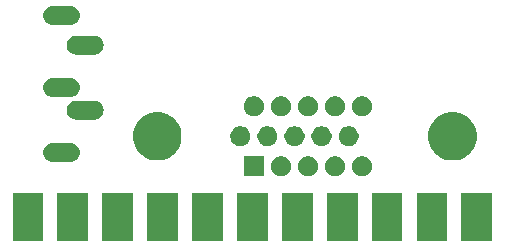
<source format=gbs>
G04 #@! TF.GenerationSoftware,KiCad,Pcbnew,(5.1.0)-1*
G04 #@! TF.CreationDate,2019-07-29T14:48:29-04:00*
G04 #@! TF.ProjectId,HD15-to-SCART,48443135-2d74-46f2-9d53-434152542e6b,rev?*
G04 #@! TF.SameCoordinates,Original*
G04 #@! TF.FileFunction,Soldermask,Bot*
G04 #@! TF.FilePolarity,Negative*
%FSLAX46Y46*%
G04 Gerber Fmt 4.6, Leading zero omitted, Abs format (unit mm)*
G04 Created by KiCad (PCBNEW (5.1.0)-1) date 2019-07-29 14:48:29*
%MOMM*%
%LPD*%
G04 APERTURE LIST*
%ADD10C,0.100000*%
G04 APERTURE END LIST*
D10*
G36*
X158897000Y-75711000D02*
G01*
X156295000Y-75711000D01*
X156295000Y-71609000D01*
X158897000Y-71609000D01*
X158897000Y-75711000D01*
X158897000Y-75711000D01*
G37*
G36*
X170297000Y-75711000D02*
G01*
X167695000Y-75711000D01*
X167695000Y-71609000D01*
X170297000Y-71609000D01*
X170297000Y-75711000D01*
X170297000Y-75711000D01*
G37*
G36*
X166497000Y-75711000D02*
G01*
X163895000Y-75711000D01*
X163895000Y-71609000D01*
X166497000Y-71609000D01*
X166497000Y-75711000D01*
X166497000Y-75711000D01*
G37*
G36*
X162697000Y-75711000D02*
G01*
X160095000Y-75711000D01*
X160095000Y-71609000D01*
X162697000Y-71609000D01*
X162697000Y-75711000D01*
X162697000Y-75711000D01*
G37*
G36*
X155097000Y-75711000D02*
G01*
X152495000Y-75711000D01*
X152495000Y-71609000D01*
X155097000Y-71609000D01*
X155097000Y-75711000D01*
X155097000Y-75711000D01*
G37*
G36*
X151297000Y-75711000D02*
G01*
X148695000Y-75711000D01*
X148695000Y-71609000D01*
X151297000Y-71609000D01*
X151297000Y-75711000D01*
X151297000Y-75711000D01*
G37*
G36*
X147497000Y-75711000D02*
G01*
X144895000Y-75711000D01*
X144895000Y-71609000D01*
X147497000Y-71609000D01*
X147497000Y-75711000D01*
X147497000Y-75711000D01*
G37*
G36*
X143697000Y-75711000D02*
G01*
X141095000Y-75711000D01*
X141095000Y-71609000D01*
X143697000Y-71609000D01*
X143697000Y-75711000D01*
X143697000Y-75711000D01*
G37*
G36*
X139897000Y-75711000D02*
G01*
X137295000Y-75711000D01*
X137295000Y-71609000D01*
X139897000Y-71609000D01*
X139897000Y-75711000D01*
X139897000Y-75711000D01*
G37*
G36*
X136097000Y-75711000D02*
G01*
X133495000Y-75711000D01*
X133495000Y-71609000D01*
X136097000Y-71609000D01*
X136097000Y-75711000D01*
X136097000Y-75711000D01*
G37*
G36*
X174097000Y-75711000D02*
G01*
X171495000Y-75711000D01*
X171495000Y-71609000D01*
X174097000Y-71609000D01*
X174097000Y-75711000D01*
X174097000Y-75711000D01*
G37*
G36*
X156462228Y-68523703D02*
G01*
X156617100Y-68587853D01*
X156756481Y-68680985D01*
X156875015Y-68799519D01*
X156968147Y-68938900D01*
X157032297Y-69093772D01*
X157065000Y-69258184D01*
X157065000Y-69425816D01*
X157032297Y-69590228D01*
X156968147Y-69745100D01*
X156875015Y-69884481D01*
X156756481Y-70003015D01*
X156617100Y-70096147D01*
X156462228Y-70160297D01*
X156297816Y-70193000D01*
X156130184Y-70193000D01*
X155965772Y-70160297D01*
X155810900Y-70096147D01*
X155671519Y-70003015D01*
X155552985Y-69884481D01*
X155459853Y-69745100D01*
X155395703Y-69590228D01*
X155363000Y-69425816D01*
X155363000Y-69258184D01*
X155395703Y-69093772D01*
X155459853Y-68938900D01*
X155552985Y-68799519D01*
X155671519Y-68680985D01*
X155810900Y-68587853D01*
X155965772Y-68523703D01*
X156130184Y-68491000D01*
X156297816Y-68491000D01*
X156462228Y-68523703D01*
X156462228Y-68523703D01*
G37*
G36*
X163332228Y-68523703D02*
G01*
X163487100Y-68587853D01*
X163626481Y-68680985D01*
X163745015Y-68799519D01*
X163838147Y-68938900D01*
X163902297Y-69093772D01*
X163935000Y-69258184D01*
X163935000Y-69425816D01*
X163902297Y-69590228D01*
X163838147Y-69745100D01*
X163745015Y-69884481D01*
X163626481Y-70003015D01*
X163487100Y-70096147D01*
X163332228Y-70160297D01*
X163167816Y-70193000D01*
X163000184Y-70193000D01*
X162835772Y-70160297D01*
X162680900Y-70096147D01*
X162541519Y-70003015D01*
X162422985Y-69884481D01*
X162329853Y-69745100D01*
X162265703Y-69590228D01*
X162233000Y-69425816D01*
X162233000Y-69258184D01*
X162265703Y-69093772D01*
X162329853Y-68938900D01*
X162422985Y-68799519D01*
X162541519Y-68680985D01*
X162680900Y-68587853D01*
X162835772Y-68523703D01*
X163000184Y-68491000D01*
X163167816Y-68491000D01*
X163332228Y-68523703D01*
X163332228Y-68523703D01*
G37*
G36*
X161042228Y-68523703D02*
G01*
X161197100Y-68587853D01*
X161336481Y-68680985D01*
X161455015Y-68799519D01*
X161548147Y-68938900D01*
X161612297Y-69093772D01*
X161645000Y-69258184D01*
X161645000Y-69425816D01*
X161612297Y-69590228D01*
X161548147Y-69745100D01*
X161455015Y-69884481D01*
X161336481Y-70003015D01*
X161197100Y-70096147D01*
X161042228Y-70160297D01*
X160877816Y-70193000D01*
X160710184Y-70193000D01*
X160545772Y-70160297D01*
X160390900Y-70096147D01*
X160251519Y-70003015D01*
X160132985Y-69884481D01*
X160039853Y-69745100D01*
X159975703Y-69590228D01*
X159943000Y-69425816D01*
X159943000Y-69258184D01*
X159975703Y-69093772D01*
X160039853Y-68938900D01*
X160132985Y-68799519D01*
X160251519Y-68680985D01*
X160390900Y-68587853D01*
X160545772Y-68523703D01*
X160710184Y-68491000D01*
X160877816Y-68491000D01*
X161042228Y-68523703D01*
X161042228Y-68523703D01*
G37*
G36*
X154775000Y-70193000D02*
G01*
X153073000Y-70193000D01*
X153073000Y-68491000D01*
X154775000Y-68491000D01*
X154775000Y-70193000D01*
X154775000Y-70193000D01*
G37*
G36*
X158752228Y-68523703D02*
G01*
X158907100Y-68587853D01*
X159046481Y-68680985D01*
X159165015Y-68799519D01*
X159258147Y-68938900D01*
X159322297Y-69093772D01*
X159355000Y-69258184D01*
X159355000Y-69425816D01*
X159322297Y-69590228D01*
X159258147Y-69745100D01*
X159165015Y-69884481D01*
X159046481Y-70003015D01*
X158907100Y-70096147D01*
X158752228Y-70160297D01*
X158587816Y-70193000D01*
X158420184Y-70193000D01*
X158255772Y-70160297D01*
X158100900Y-70096147D01*
X157961519Y-70003015D01*
X157842985Y-69884481D01*
X157749853Y-69745100D01*
X157685703Y-69590228D01*
X157653000Y-69425816D01*
X157653000Y-69258184D01*
X157685703Y-69093772D01*
X157749853Y-68938900D01*
X157842985Y-68799519D01*
X157961519Y-68680985D01*
X158100900Y-68587853D01*
X158255772Y-68523703D01*
X158420184Y-68491000D01*
X158587816Y-68491000D01*
X158752228Y-68523703D01*
X158752228Y-68523703D01*
G37*
G36*
X138551808Y-67386648D02*
G01*
X138703551Y-67432678D01*
X138843398Y-67507428D01*
X138965975Y-67608025D01*
X139066572Y-67730602D01*
X139141322Y-67870449D01*
X139187352Y-68022192D01*
X139202895Y-68180000D01*
X139187352Y-68337808D01*
X139141322Y-68489551D01*
X139066572Y-68629398D01*
X138965975Y-68751975D01*
X138843398Y-68852572D01*
X138703551Y-68927322D01*
X138551808Y-68973352D01*
X138433546Y-68985000D01*
X136846454Y-68985000D01*
X136728192Y-68973352D01*
X136576449Y-68927322D01*
X136436602Y-68852572D01*
X136314025Y-68751975D01*
X136213428Y-68629398D01*
X136138678Y-68489551D01*
X136092648Y-68337808D01*
X136077105Y-68180000D01*
X136092648Y-68022192D01*
X136138678Y-67870449D01*
X136213428Y-67730602D01*
X136314025Y-67608025D01*
X136436602Y-67507428D01*
X136576449Y-67432678D01*
X136728192Y-67386648D01*
X136846454Y-67375000D01*
X138433546Y-67375000D01*
X138551808Y-67386648D01*
X138551808Y-67386648D01*
G37*
G36*
X146337254Y-64829818D02*
G01*
X146710511Y-64984426D01*
X146710513Y-64984427D01*
X146853989Y-65080295D01*
X147046436Y-65208884D01*
X147332116Y-65494564D01*
X147556574Y-65830489D01*
X147711182Y-66203746D01*
X147790000Y-66599993D01*
X147790000Y-67004007D01*
X147711182Y-67400254D01*
X147556574Y-67773511D01*
X147556573Y-67773513D01*
X147332116Y-68109436D01*
X147046436Y-68395116D01*
X146710513Y-68619573D01*
X146710512Y-68619574D01*
X146710511Y-68619574D01*
X146337254Y-68774182D01*
X145941007Y-68853000D01*
X145536993Y-68853000D01*
X145140746Y-68774182D01*
X144767489Y-68619574D01*
X144767488Y-68619574D01*
X144767487Y-68619573D01*
X144431564Y-68395116D01*
X144145884Y-68109436D01*
X143921427Y-67773513D01*
X143921426Y-67773511D01*
X143766818Y-67400254D01*
X143688000Y-67004007D01*
X143688000Y-66599993D01*
X143766818Y-66203746D01*
X143921426Y-65830489D01*
X144145884Y-65494564D01*
X144431564Y-65208884D01*
X144624011Y-65080295D01*
X144767487Y-64984427D01*
X144767489Y-64984426D01*
X145140746Y-64829818D01*
X145536993Y-64751000D01*
X145941007Y-64751000D01*
X146337254Y-64829818D01*
X146337254Y-64829818D01*
G37*
G36*
X171337254Y-64829818D02*
G01*
X171710511Y-64984426D01*
X171710513Y-64984427D01*
X171853989Y-65080295D01*
X172046436Y-65208884D01*
X172332116Y-65494564D01*
X172556574Y-65830489D01*
X172711182Y-66203746D01*
X172790000Y-66599993D01*
X172790000Y-67004007D01*
X172711182Y-67400254D01*
X172556574Y-67773511D01*
X172556573Y-67773513D01*
X172332116Y-68109436D01*
X172046436Y-68395116D01*
X171710513Y-68619573D01*
X171710512Y-68619574D01*
X171710511Y-68619574D01*
X171337254Y-68774182D01*
X170941007Y-68853000D01*
X170536993Y-68853000D01*
X170140746Y-68774182D01*
X169767489Y-68619574D01*
X169767488Y-68619574D01*
X169767487Y-68619573D01*
X169431564Y-68395116D01*
X169145884Y-68109436D01*
X168921427Y-67773513D01*
X168921426Y-67773511D01*
X168766818Y-67400254D01*
X168688000Y-67004007D01*
X168688000Y-66599993D01*
X168766818Y-66203746D01*
X168921426Y-65830489D01*
X169145884Y-65494564D01*
X169431564Y-65208884D01*
X169624011Y-65080295D01*
X169767487Y-64984427D01*
X169767489Y-64984426D01*
X170140746Y-64829818D01*
X170536993Y-64751000D01*
X170941007Y-64751000D01*
X171337254Y-64829818D01*
X171337254Y-64829818D01*
G37*
G36*
X159897228Y-65983703D02*
G01*
X160052100Y-66047853D01*
X160191481Y-66140985D01*
X160310015Y-66259519D01*
X160403147Y-66398900D01*
X160467297Y-66553772D01*
X160500000Y-66718184D01*
X160500000Y-66885816D01*
X160467297Y-67050228D01*
X160403147Y-67205100D01*
X160310015Y-67344481D01*
X160191481Y-67463015D01*
X160052100Y-67556147D01*
X159897228Y-67620297D01*
X159732816Y-67653000D01*
X159565184Y-67653000D01*
X159400772Y-67620297D01*
X159245900Y-67556147D01*
X159106519Y-67463015D01*
X158987985Y-67344481D01*
X158894853Y-67205100D01*
X158830703Y-67050228D01*
X158798000Y-66885816D01*
X158798000Y-66718184D01*
X158830703Y-66553772D01*
X158894853Y-66398900D01*
X158987985Y-66259519D01*
X159106519Y-66140985D01*
X159245900Y-66047853D01*
X159400772Y-65983703D01*
X159565184Y-65951000D01*
X159732816Y-65951000D01*
X159897228Y-65983703D01*
X159897228Y-65983703D01*
G37*
G36*
X162187228Y-65983703D02*
G01*
X162342100Y-66047853D01*
X162481481Y-66140985D01*
X162600015Y-66259519D01*
X162693147Y-66398900D01*
X162757297Y-66553772D01*
X162790000Y-66718184D01*
X162790000Y-66885816D01*
X162757297Y-67050228D01*
X162693147Y-67205100D01*
X162600015Y-67344481D01*
X162481481Y-67463015D01*
X162342100Y-67556147D01*
X162187228Y-67620297D01*
X162022816Y-67653000D01*
X161855184Y-67653000D01*
X161690772Y-67620297D01*
X161535900Y-67556147D01*
X161396519Y-67463015D01*
X161277985Y-67344481D01*
X161184853Y-67205100D01*
X161120703Y-67050228D01*
X161088000Y-66885816D01*
X161088000Y-66718184D01*
X161120703Y-66553772D01*
X161184853Y-66398900D01*
X161277985Y-66259519D01*
X161396519Y-66140985D01*
X161535900Y-66047853D01*
X161690772Y-65983703D01*
X161855184Y-65951000D01*
X162022816Y-65951000D01*
X162187228Y-65983703D01*
X162187228Y-65983703D01*
G37*
G36*
X157607228Y-65983703D02*
G01*
X157762100Y-66047853D01*
X157901481Y-66140985D01*
X158020015Y-66259519D01*
X158113147Y-66398900D01*
X158177297Y-66553772D01*
X158210000Y-66718184D01*
X158210000Y-66885816D01*
X158177297Y-67050228D01*
X158113147Y-67205100D01*
X158020015Y-67344481D01*
X157901481Y-67463015D01*
X157762100Y-67556147D01*
X157607228Y-67620297D01*
X157442816Y-67653000D01*
X157275184Y-67653000D01*
X157110772Y-67620297D01*
X156955900Y-67556147D01*
X156816519Y-67463015D01*
X156697985Y-67344481D01*
X156604853Y-67205100D01*
X156540703Y-67050228D01*
X156508000Y-66885816D01*
X156508000Y-66718184D01*
X156540703Y-66553772D01*
X156604853Y-66398900D01*
X156697985Y-66259519D01*
X156816519Y-66140985D01*
X156955900Y-66047853D01*
X157110772Y-65983703D01*
X157275184Y-65951000D01*
X157442816Y-65951000D01*
X157607228Y-65983703D01*
X157607228Y-65983703D01*
G37*
G36*
X155317228Y-65983703D02*
G01*
X155472100Y-66047853D01*
X155611481Y-66140985D01*
X155730015Y-66259519D01*
X155823147Y-66398900D01*
X155887297Y-66553772D01*
X155920000Y-66718184D01*
X155920000Y-66885816D01*
X155887297Y-67050228D01*
X155823147Y-67205100D01*
X155730015Y-67344481D01*
X155611481Y-67463015D01*
X155472100Y-67556147D01*
X155317228Y-67620297D01*
X155152816Y-67653000D01*
X154985184Y-67653000D01*
X154820772Y-67620297D01*
X154665900Y-67556147D01*
X154526519Y-67463015D01*
X154407985Y-67344481D01*
X154314853Y-67205100D01*
X154250703Y-67050228D01*
X154218000Y-66885816D01*
X154218000Y-66718184D01*
X154250703Y-66553772D01*
X154314853Y-66398900D01*
X154407985Y-66259519D01*
X154526519Y-66140985D01*
X154665900Y-66047853D01*
X154820772Y-65983703D01*
X154985184Y-65951000D01*
X155152816Y-65951000D01*
X155317228Y-65983703D01*
X155317228Y-65983703D01*
G37*
G36*
X153027228Y-65983703D02*
G01*
X153182100Y-66047853D01*
X153321481Y-66140985D01*
X153440015Y-66259519D01*
X153533147Y-66398900D01*
X153597297Y-66553772D01*
X153630000Y-66718184D01*
X153630000Y-66885816D01*
X153597297Y-67050228D01*
X153533147Y-67205100D01*
X153440015Y-67344481D01*
X153321481Y-67463015D01*
X153182100Y-67556147D01*
X153027228Y-67620297D01*
X152862816Y-67653000D01*
X152695184Y-67653000D01*
X152530772Y-67620297D01*
X152375900Y-67556147D01*
X152236519Y-67463015D01*
X152117985Y-67344481D01*
X152024853Y-67205100D01*
X151960703Y-67050228D01*
X151928000Y-66885816D01*
X151928000Y-66718184D01*
X151960703Y-66553772D01*
X152024853Y-66398900D01*
X152117985Y-66259519D01*
X152236519Y-66140985D01*
X152375900Y-66047853D01*
X152530772Y-65983703D01*
X152695184Y-65951000D01*
X152862816Y-65951000D01*
X153027228Y-65983703D01*
X153027228Y-65983703D01*
G37*
G36*
X140551808Y-63786648D02*
G01*
X140703551Y-63832678D01*
X140843398Y-63907428D01*
X140965975Y-64008025D01*
X141066572Y-64130602D01*
X141141322Y-64270449D01*
X141187352Y-64422192D01*
X141202895Y-64580000D01*
X141187352Y-64737808D01*
X141141322Y-64889551D01*
X141066572Y-65029398D01*
X140965975Y-65151975D01*
X140843398Y-65252572D01*
X140703551Y-65327322D01*
X140551808Y-65373352D01*
X140433546Y-65385000D01*
X138846454Y-65385000D01*
X138728192Y-65373352D01*
X138576449Y-65327322D01*
X138436602Y-65252572D01*
X138314025Y-65151975D01*
X138213428Y-65029398D01*
X138138678Y-64889551D01*
X138092648Y-64737808D01*
X138077105Y-64580000D01*
X138092648Y-64422192D01*
X138138678Y-64270449D01*
X138213428Y-64130602D01*
X138314025Y-64008025D01*
X138436602Y-63907428D01*
X138576449Y-63832678D01*
X138728192Y-63786648D01*
X138846454Y-63775000D01*
X140433546Y-63775000D01*
X140551808Y-63786648D01*
X140551808Y-63786648D01*
G37*
G36*
X163332228Y-63443703D02*
G01*
X163487100Y-63507853D01*
X163626481Y-63600985D01*
X163745015Y-63719519D01*
X163838147Y-63858900D01*
X163902297Y-64013772D01*
X163935000Y-64178184D01*
X163935000Y-64345816D01*
X163902297Y-64510228D01*
X163838147Y-64665100D01*
X163745015Y-64804481D01*
X163626481Y-64923015D01*
X163487100Y-65016147D01*
X163332228Y-65080297D01*
X163167816Y-65113000D01*
X163000184Y-65113000D01*
X162835772Y-65080297D01*
X162680900Y-65016147D01*
X162541519Y-64923015D01*
X162422985Y-64804481D01*
X162329853Y-64665100D01*
X162265703Y-64510228D01*
X162233000Y-64345816D01*
X162233000Y-64178184D01*
X162265703Y-64013772D01*
X162329853Y-63858900D01*
X162422985Y-63719519D01*
X162541519Y-63600985D01*
X162680900Y-63507853D01*
X162835772Y-63443703D01*
X163000184Y-63411000D01*
X163167816Y-63411000D01*
X163332228Y-63443703D01*
X163332228Y-63443703D01*
G37*
G36*
X161042228Y-63443703D02*
G01*
X161197100Y-63507853D01*
X161336481Y-63600985D01*
X161455015Y-63719519D01*
X161548147Y-63858900D01*
X161612297Y-64013772D01*
X161645000Y-64178184D01*
X161645000Y-64345816D01*
X161612297Y-64510228D01*
X161548147Y-64665100D01*
X161455015Y-64804481D01*
X161336481Y-64923015D01*
X161197100Y-65016147D01*
X161042228Y-65080297D01*
X160877816Y-65113000D01*
X160710184Y-65113000D01*
X160545772Y-65080297D01*
X160390900Y-65016147D01*
X160251519Y-64923015D01*
X160132985Y-64804481D01*
X160039853Y-64665100D01*
X159975703Y-64510228D01*
X159943000Y-64345816D01*
X159943000Y-64178184D01*
X159975703Y-64013772D01*
X160039853Y-63858900D01*
X160132985Y-63719519D01*
X160251519Y-63600985D01*
X160390900Y-63507853D01*
X160545772Y-63443703D01*
X160710184Y-63411000D01*
X160877816Y-63411000D01*
X161042228Y-63443703D01*
X161042228Y-63443703D01*
G37*
G36*
X158752228Y-63443703D02*
G01*
X158907100Y-63507853D01*
X159046481Y-63600985D01*
X159165015Y-63719519D01*
X159258147Y-63858900D01*
X159322297Y-64013772D01*
X159355000Y-64178184D01*
X159355000Y-64345816D01*
X159322297Y-64510228D01*
X159258147Y-64665100D01*
X159165015Y-64804481D01*
X159046481Y-64923015D01*
X158907100Y-65016147D01*
X158752228Y-65080297D01*
X158587816Y-65113000D01*
X158420184Y-65113000D01*
X158255772Y-65080297D01*
X158100900Y-65016147D01*
X157961519Y-64923015D01*
X157842985Y-64804481D01*
X157749853Y-64665100D01*
X157685703Y-64510228D01*
X157653000Y-64345816D01*
X157653000Y-64178184D01*
X157685703Y-64013772D01*
X157749853Y-63858900D01*
X157842985Y-63719519D01*
X157961519Y-63600985D01*
X158100900Y-63507853D01*
X158255772Y-63443703D01*
X158420184Y-63411000D01*
X158587816Y-63411000D01*
X158752228Y-63443703D01*
X158752228Y-63443703D01*
G37*
G36*
X156462228Y-63443703D02*
G01*
X156617100Y-63507853D01*
X156756481Y-63600985D01*
X156875015Y-63719519D01*
X156968147Y-63858900D01*
X157032297Y-64013772D01*
X157065000Y-64178184D01*
X157065000Y-64345816D01*
X157032297Y-64510228D01*
X156968147Y-64665100D01*
X156875015Y-64804481D01*
X156756481Y-64923015D01*
X156617100Y-65016147D01*
X156462228Y-65080297D01*
X156297816Y-65113000D01*
X156130184Y-65113000D01*
X155965772Y-65080297D01*
X155810900Y-65016147D01*
X155671519Y-64923015D01*
X155552985Y-64804481D01*
X155459853Y-64665100D01*
X155395703Y-64510228D01*
X155363000Y-64345816D01*
X155363000Y-64178184D01*
X155395703Y-64013772D01*
X155459853Y-63858900D01*
X155552985Y-63719519D01*
X155671519Y-63600985D01*
X155810900Y-63507853D01*
X155965772Y-63443703D01*
X156130184Y-63411000D01*
X156297816Y-63411000D01*
X156462228Y-63443703D01*
X156462228Y-63443703D01*
G37*
G36*
X154172228Y-63443703D02*
G01*
X154327100Y-63507853D01*
X154466481Y-63600985D01*
X154585015Y-63719519D01*
X154678147Y-63858900D01*
X154742297Y-64013772D01*
X154775000Y-64178184D01*
X154775000Y-64345816D01*
X154742297Y-64510228D01*
X154678147Y-64665100D01*
X154585015Y-64804481D01*
X154466481Y-64923015D01*
X154327100Y-65016147D01*
X154172228Y-65080297D01*
X154007816Y-65113000D01*
X153840184Y-65113000D01*
X153675772Y-65080297D01*
X153520900Y-65016147D01*
X153381519Y-64923015D01*
X153262985Y-64804481D01*
X153169853Y-64665100D01*
X153105703Y-64510228D01*
X153073000Y-64345816D01*
X153073000Y-64178184D01*
X153105703Y-64013772D01*
X153169853Y-63858900D01*
X153262985Y-63719519D01*
X153381519Y-63600985D01*
X153520900Y-63507853D01*
X153675772Y-63443703D01*
X153840184Y-63411000D01*
X154007816Y-63411000D01*
X154172228Y-63443703D01*
X154172228Y-63443703D01*
G37*
G36*
X138551808Y-61886648D02*
G01*
X138703551Y-61932678D01*
X138843398Y-62007428D01*
X138965975Y-62108025D01*
X139066572Y-62230602D01*
X139141322Y-62370449D01*
X139187352Y-62522192D01*
X139202895Y-62680000D01*
X139187352Y-62837808D01*
X139141322Y-62989551D01*
X139066572Y-63129398D01*
X138965975Y-63251975D01*
X138843398Y-63352572D01*
X138703551Y-63427322D01*
X138551808Y-63473352D01*
X138433546Y-63485000D01*
X136846454Y-63485000D01*
X136728192Y-63473352D01*
X136576449Y-63427322D01*
X136436602Y-63352572D01*
X136314025Y-63251975D01*
X136213428Y-63129398D01*
X136138678Y-62989551D01*
X136092648Y-62837808D01*
X136077105Y-62680000D01*
X136092648Y-62522192D01*
X136138678Y-62370449D01*
X136213428Y-62230602D01*
X136314025Y-62108025D01*
X136436602Y-62007428D01*
X136576449Y-61932678D01*
X136728192Y-61886648D01*
X136846454Y-61875000D01*
X138433546Y-61875000D01*
X138551808Y-61886648D01*
X138551808Y-61886648D01*
G37*
G36*
X140551808Y-58286648D02*
G01*
X140703551Y-58332678D01*
X140843398Y-58407428D01*
X140965975Y-58508025D01*
X141066572Y-58630602D01*
X141141322Y-58770449D01*
X141187352Y-58922192D01*
X141202895Y-59080000D01*
X141187352Y-59237808D01*
X141141322Y-59389551D01*
X141066572Y-59529398D01*
X140965975Y-59651975D01*
X140843398Y-59752572D01*
X140703551Y-59827322D01*
X140551808Y-59873352D01*
X140433546Y-59885000D01*
X138846454Y-59885000D01*
X138728192Y-59873352D01*
X138576449Y-59827322D01*
X138436602Y-59752572D01*
X138314025Y-59651975D01*
X138213428Y-59529398D01*
X138138678Y-59389551D01*
X138092648Y-59237808D01*
X138077105Y-59080000D01*
X138092648Y-58922192D01*
X138138678Y-58770449D01*
X138213428Y-58630602D01*
X138314025Y-58508025D01*
X138436602Y-58407428D01*
X138576449Y-58332678D01*
X138728192Y-58286648D01*
X138846454Y-58275000D01*
X140433546Y-58275000D01*
X140551808Y-58286648D01*
X140551808Y-58286648D01*
G37*
G36*
X138551808Y-55786648D02*
G01*
X138703551Y-55832678D01*
X138843398Y-55907428D01*
X138965975Y-56008025D01*
X139066572Y-56130602D01*
X139141322Y-56270449D01*
X139187352Y-56422192D01*
X139202895Y-56580000D01*
X139187352Y-56737808D01*
X139141322Y-56889551D01*
X139066572Y-57029398D01*
X138965975Y-57151975D01*
X138843398Y-57252572D01*
X138703551Y-57327322D01*
X138551808Y-57373352D01*
X138433546Y-57385000D01*
X136846454Y-57385000D01*
X136728192Y-57373352D01*
X136576449Y-57327322D01*
X136436602Y-57252572D01*
X136314025Y-57151975D01*
X136213428Y-57029398D01*
X136138678Y-56889551D01*
X136092648Y-56737808D01*
X136077105Y-56580000D01*
X136092648Y-56422192D01*
X136138678Y-56270449D01*
X136213428Y-56130602D01*
X136314025Y-56008025D01*
X136436602Y-55907428D01*
X136576449Y-55832678D01*
X136728192Y-55786648D01*
X136846454Y-55775000D01*
X138433546Y-55775000D01*
X138551808Y-55786648D01*
X138551808Y-55786648D01*
G37*
M02*

</source>
